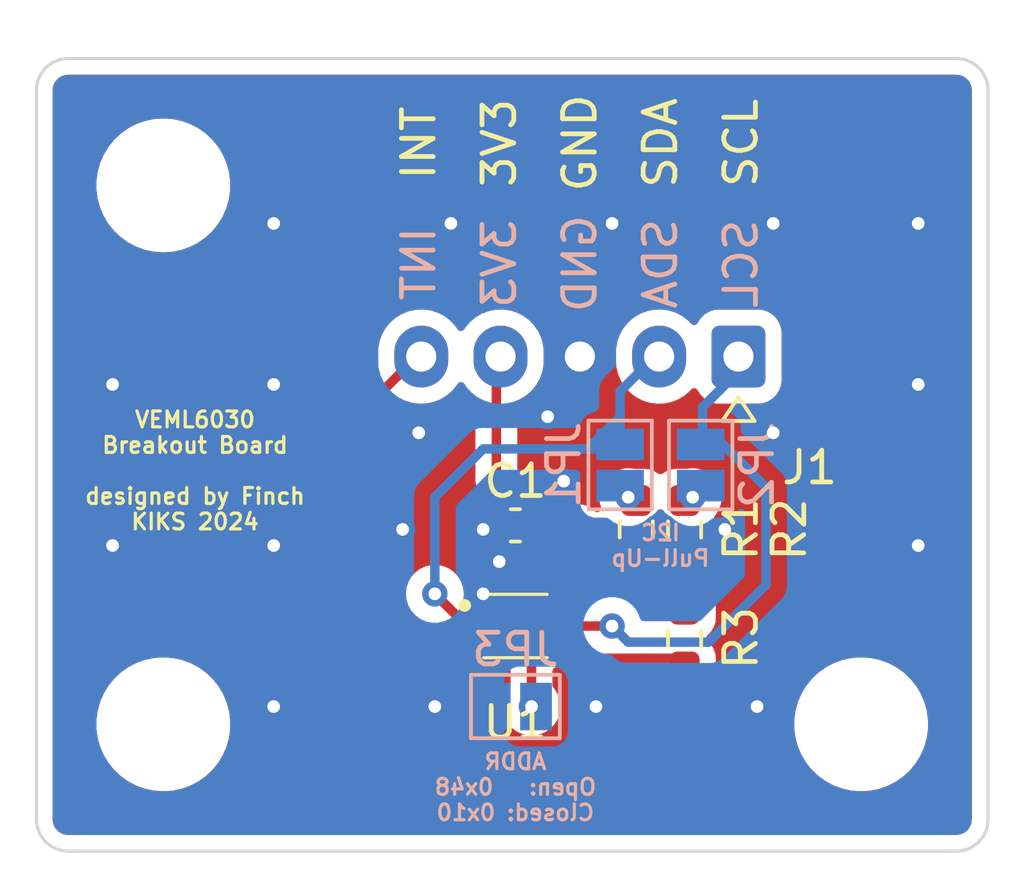
<source format=kicad_pcb>
(kicad_pcb (version 20211014) (generator pcbnew)
  (layers (0 "F.Cu" signal) (31 "B.Cu" signal) (34 "B.Paste" user) (35 "F.Paste" user) (36 "B.SilkS" user "B.Silkscreen") (37 "F.SilkS" user "F.Silkscreen") (38 "B.Mask" user) (39 "F.Mask" user) (44 "Edge.Cuts" user))
  (net 0 "")
  (net 1 "GND")
  (net 2 "/SDA")
  (net 3 "/INT")
  (net 4 "/SCL")
  (net 5 "+3V3")
  (net 6 "Net-(JP1-Pad1)")
  (net 7 "Net-(JP2-Pad1)")
  (net 8 "Net-(JP3-Pad1)")
  (footprint "MountingHole:MountingHole_3.2mm_M3_ISO7380" (layer "F.Cu") (at 176 92)
    (fp_text reference "H1" hide)
    (fp_text value "MountingHole")
    (pad "" np_thru_hole circle (at 0 0) (size 3.2 3.2) (drill 3.2) (layers *.Cu *.Mask))
  )
  (footprint "MountingHole:MountingHole_3.2mm_M3_ISO7380" (layer "F.Cu") (at 154 75)
    (fp_text reference "H3" hide)
    (fp_text value "MountingHole")
    (pad "" np_thru_hole circle (at 0 0) (size 3.2 3.2) (drill 3.2) (layers *.Cu *.Mask))
  )
  (footprint "Connector_JST:JST_XH_S5B-XH-A_1x05_P2.50mm_Horizontal" (layer "F.Cu") (at 172.132 80.4 180)
    (fp_text reference "J1" (at -2.244 -3.5) (layer "F.SilkS"))
    (fp_text value "Conn_01x05")
    (fp_line (start 0.508 -2.032) (end -0.508 -2.032) (layer "F.SilkS") (width 0.12))
    (fp_line (start 0 -1.27) (end 0.508 -2.032) (layer "F.SilkS") (width 0.12))
    (fp_line (start -0.508 -2.032) (end 0 -1.27) (layer "F.SilkS") (width 0.12))
    (pad "1" thru_hole roundrect (at 0 0 180) (size 1.7 1.95) (drill 0.95) (layers *.Cu *.Mask) (roundrect_rratio 0.1470588235) (net 4 "/SCL"))
    (pad "2" thru_hole oval (at 2.5 0 180) (size 1.7 1.95) (drill 0.95) (layers *.Cu *.Mask) (net 2 "/SDA"))
    (pad "3" thru_hole oval (at 5 0 180) (size 1.7 1.95) (drill 0.95) (layers *.Cu *.Mask) (net 1 "GND"))
    (pad "4" thru_hole oval (at 7.5 0 180) (size 1.7 1.95) (drill 0.95) (layers *.Cu *.Mask) (net 5 "+3V3"))
    (pad "5" thru_hole oval (at 10 0 180) (size 1.7 1.95) (drill 0.95) (layers *.Cu *.Mask) (net 3 "/INT"))
  )
  (footprint "Resistor_SMD:R_0603_1608Metric_Pad0.98x0.95mm_HandSolder" (layer "F.Cu") (at 168.91 85.852 90)
    (fp_text reference "R1" (at 0 3.302 90) (layer "F.SilkS"))
    (fp_text value "4.7k")
    (fp_line (start -0.254724 0.5225) (end 0.254724 0.5225) (layer "F.SilkS") (width 0.12))
    (fp_line (start -0.254724 -0.5225) (end 0.254724 -0.5225) (layer "F.SilkS") (width 0.12))
    (pad "1" smd roundrect (at -0.9125 0 90) (size 0.975 0.95) (layers "F.Cu" "F.Paste" "F.Mask") (net 5 "+3V3"))
    (pad "2" smd roundrect (at 0.9125 0 90) (size 0.975 0.95) (layers "F.Cu" "F.Paste" "F.Mask") (net 6 "Net-(JP1-Pad1)"))
  )
  (footprint "Resistor_SMD:R_0603_1608Metric_Pad0.98x0.95mm_HandSolder" (layer "F.Cu") (at 170.434 85.852 90)
    (fp_text reference "R2" (at 0 3.302 90) (layer "F.SilkS"))
    (fp_text value "4.7k")
    (fp_line (start -0.254724 0.5225) (end 0.254724 0.5225) (layer "F.SilkS") (width 0.12))
    (fp_line (start -0.254724 -0.5225) (end 0.254724 -0.5225) (layer "F.SilkS") (width 0.12))
    (pad "1" smd roundrect (at -0.9125 0 90) (size 0.975 0.95) (layers "F.Cu" "F.Paste" "F.Mask") (net 5 "+3V3"))
    (pad "2" smd roundrect (at 0.9125 0 90) (size 0.975 0.95) (layers "F.Cu" "F.Paste" "F.Mask") (net 7 "Net-(JP2-Pad1)"))
  )
  (footprint "illumi_sens:VEML6030" (layer "F.Cu") (at 165.1 88.9)
    (fp_text reference "U1" (at 0 3.048) (layer "F.SilkS"))
    (fp_text value "VEML6030" hide)
    (fp_line (start -1.5 -0.65) (end -1.5 -0.65) (layer "F.SilkS") (width 0.2))
    (fp_line (start -1 -1) (end 1 -1) (layer "F.SilkS") (width 0.1))
    (fp_line (start -1 1) (end 1 1) (layer "F.SilkS") (width 0.1))
    (fp_line (start -1.7 -0.65) (end -1.7 -0.65) (layer "F.SilkS") (width 0.2))
    (fp_arc (start -1.7 -0.65) (mid -1.6 -0.75) (end -1.5 -0.65) (layer "F.SilkS") (width 0.2))
    (fp_arc (start -1.5 -0.65) (mid -1.6 -0.55) (end -1.7 -0.65) (layer "F.SilkS") (width 0.2))
    (pad "1" smd rect (at -0.875 -0.65 90) (size 0.3 0.55) (layers "F.Cu" "F.Paste" "F.Mask") (net 1 "GND"))
    (pad "2" smd rect (at -0.875 0 90) (size 0.3 0.55) (layers "F.Cu" "F.Paste" "F.Mask") (net 2 "/SDA"))
    (pad "3" smd rect (at -0.875 0.65 90) (size 0.3 0.55) (layers "F.Cu" "F.Paste" "F.Mask") (net 3 "/INT"))
    (pad "4" smd rect (at 0.875 0.65 90) (size 0.3 0.55) (layers "F.Cu" "F.Paste" "F.Mask") (net 8 "Net-(JP3-Pad1)"))
    (pad "5" smd rect (at 0.875 0 90) (size 0.3 0.55) (layers "F.Cu" "F.Paste" "F.Mask") (net 4 "/SCL"))
    (pad "6" smd rect (at 0.875 -0.65 90) (size 0.3 0.55) (layers "F.Cu" "F.Paste" "F.Mask") (net 5 "+3V3"))
  )
  (footprint "Capacitor_SMD:C_0603_1608Metric_Pad1.08x0.95mm_HandSolder" (layer "F.Cu") (at 165.1 85.725 180)
    (fp_text reference "C1" (at 0 1.397) (layer "F.SilkS"))
    (fp_text value "0.1u")
    (fp_line (start -0.146267 -0.51) (end 0.146267 -0.51) (layer "F.SilkS") (width 0.12))
    (fp_line (start -0.146267 0.51) (end 0.146267 0.51) (layer "F.SilkS") (width 0.12))
    (pad "1" smd roundrect (at -0.8625 0 180) (size 1.075 0.95) (layers "F.Cu" "F.Paste" "F.Mask") (net 5 "+3V3"))
    (pad "2" smd roundrect (at 0.8625 0 180) (size 1.075 0.95) (layers "F.Cu" "F.Paste" "F.Mask") (net 1 "GND"))
  )
  (footprint "Resistor_SMD:R_0603_1608Metric_Pad0.98x0.95mm_HandSolder" (layer "F.Cu") (at 170.434 89.280276 -90)
    (fp_text reference "R3" (at 0 -1.778 90) (layer "F.SilkS"))
    (fp_text value "4.7k")
    (fp_line (start -0.254724 0.5225) (end 0.254724 0.5225) (layer "F.SilkS") (width 0.12))
    (fp_line (start -0.254724 -0.5225) (end 0.254724 -0.5225) (layer "F.SilkS") (width 0.12))
    (pad "1" smd roundrect (at -0.9125 0 270) (size 0.975 0.95) (layers "F.Cu" "F.Paste" "F.Mask") (net 5 "+3V3"))
    (pad "2" smd roundrect (at 0.9125 0 270) (size 0.975 0.95) (layers "F.Cu" "F.Paste" "F.Mask") (net 8 "Net-(JP3-Pad1)"))
  )
  (footprint "MountingHole:MountingHole_3.2mm_M3_ISO7380" (layer "F.Cu") (at 154 92)
    (fp_text reference "H2" hide)
    (fp_text value "MountingHole")
    (pad "" np_thru_hole circle (at 0 0) (size 3.2 3.2) (drill 3.2) (layers *.Cu *.Mask))
  )
  (footprint "Jumper:SolderJumper-2_P1.3mm_Open_Pad1.0x1.5mm" (layer "B.Cu") (at 170.942 83.82 90)
    (fp_text reference "JP2" (at 0 1.778 90) (layer "B.SilkS") (effects (justify mirror)))
    (fp_text value "PULL_UP")
    (fp_line (start -1.4 1) (end 1.4 1) (layer "B.SilkS") (width 0.12))
    (fp_line (start -1.4 -1) (end -1.4 1) (layer "B.SilkS") (width 0.12))
    (fp_line (start 1.4 1) (end 1.4 -1) (layer "B.SilkS") (width 0.12))
    (fp_line (start 1.4 -1) (end -1.4 -1) (layer "B.SilkS") (width 0.12))
    (pad "1" smd rect (at -0.65 0 90) (size 1 1.5) (layers "B.Cu" "B.Mask") (net 7 "Net-(JP2-Pad1)"))
    (pad "2" smd rect (at 0.65 0 90) (size 1 1.5) (layers "B.Cu" "B.Mask") (net 4 "/SCL"))
  )
  (footprint "Jumper:SolderJumper-2_P1.3mm_Open_Pad1.0x1.5mm" (layer "B.Cu") (at 168.402 83.82 90)
    (fp_text reference "JP1" (at 0 -1.778 90) (layer "B.SilkS") (effects (justify mirror)))
    (fp_text value "PULL_UP")
    (fp_line (start 1.4 1) (end 1.4 -1) (layer "B.SilkS") (width 0.12))
    (fp_line (start -1.4 -1) (end -1.4 1) (layer "B.SilkS") (width 0.12))
    (fp_line (start 1.4 -1) (end -1.4 -1) (layer "B.SilkS") (width 0.12))
    (fp_line (start -1.4 1) (end 1.4 1) (layer "B.SilkS") (width 0.12))
    (pad "1" smd rect (at -0.65 0 90) (size 1 1.5) (layers "B.Cu" "B.Mask") (net 6 "Net-(JP1-Pad1)"))
    (pad "2" smd rect (at 0.65 0 90) (size 1 1.5) (layers "B.Cu" "B.Mask") (net 2 "/SDA"))
  )
  (footprint "Jumper:SolderJumper-2_P1.3mm_Open_Pad1.0x1.5mm" (layer "B.Cu") (at 165.1 91.44 180)
    (fp_text reference "JP3" (at 0 1.8) (layer "B.SilkS") (effects (justify mirror)))
    (fp_text value "ADDR")
    (fp_line (start -1.4 -1) (end -1.4 1) (layer "B.SilkS") (width 0.12))
    (fp_line (start 1.4 1) (end 1.4 -1) (layer "B.SilkS") (width 0.12))
    (fp_line (start -1.4 1) (end 1.4 1) (layer "B.SilkS") (width 0.12))
    (fp_line (start 1.4 -1) (end -1.4 -1) (layer "B.SilkS") (width 0.12))
    (pad "1" smd rect (at -0.65 0 180) (size 1 1.5) (layers "B.Cu" "B.Mask") (net 8 "Net-(JP3-Pad1)"))
    (pad "2" smd rect (at 0.65 0 180) (size 1 1.5) (layers "B.Cu" "B.Mask") (net 1 "GND"))
  )
  (gr_line (start 151 71) (end 179 71) (layer "Edge.Cuts") (width 0.1))
  (gr_arc (start 150 72) (mid 150.292893 71.292893) (end 151 71) (layer "Edge.Cuts") (width 0.1))
  (gr_line (start 180 72) (end 180 95) (layer "Edge.Cuts") (width 0.1))
  (gr_arc (start 180 95) (mid 179.707107 95.707107) (end 179 96) (layer "Edge.Cuts") (width 0.1))
  (gr_arc (start 179 71) (mid 179.707107 71.292893) (end 180 72) (layer "Edge.Cuts") (width 0.1))
  (gr_line (start 150 95) (end 150 72) (layer "Edge.Cuts") (width 0.1))
  (gr_arc (start 151 96) (mid 150.292893 95.707107) (end 150 95) (layer "Edge.Cuts") (width 0.1))
  (gr_line (start 179 96) (end 151 96) (layer "Edge.Cuts") (width 0.1))
  (gr_text "SCL" (at 172.212 77.47 90) (layer "B.SilkS") (effects (font (size 1 1)) (justify mirror)))
  (gr_text "ADDR\nOpen:   0x48\nClosed: 0x10\n" (at 165.1 93.98) (layer "B.SilkS") (effects (font (size 0.5 0.5) (thickness 0.1)) (justify mirror)))
  (gr_text "I2C\nPull-Up" (at 169.672 86.36) (layer "B.SilkS") (effects (font (size 0.5 0.5) (thickness 0.1)) (justify mirror)))
  (gr_text "3V3" (at 164.592 77.47 90) (layer "B.SilkS") (effects (font (size 1 1)) (justify mirror)))
  (gr_text "INT" (at 162.052 77.47 90) (layer "B.SilkS") (effects (font (size 1 1)) (justify mirror)))
  (gr_text "GND" (at 167.132 77.47 90) (layer "B.SilkS") (effects (font (size 1 1)) (justify mirror)))
  (gr_text "SDA" (at 169.672 77.47 90) (layer "B.SilkS") (effects (font (size 1 1)) (justify mirror)))
  (gr_text "SDA" (at 169.672 73.66 90) (layer "F.SilkS") (effects (font (size 1 1))))
  (gr_text "3V3" (at 164.592 73.66 90) (layer "F.SilkS") (effects (font (size 1 1))))
  (gr_text "SCL" (at 172.212 73.66 90) (layer "F.SilkS") (effects (font (size 1 1))))
  (gr_text "VEML6030\nBreakout Board\n\ndesigned by Finch\nKIKS 2024\n" (at 155 84) (layer "F.SilkS") (effects (font (size 0.5 0.5) (thickness 0.1))))
  (gr_text "INT" (at 162.052 73.66 90) (layer "F.SilkS") (effects (font (size 1 1))))
  (gr_text "GND" (at 167.132 73.66 90) (layer "F.SilkS") (effects (font (size 1 1))))
  (via (at 177.8 81.28) (size 0.8) (drill 0.4) (layers "F.Cu" "B.Cu") (net 1))
  (via (at 152.4 86.36) (size 0.8) (drill 0.4) (layers "F.Cu" "B.Cu") (net 1))
  (via (at 177.8 86.36) (size 0.8) (drill 0.4) (layers "F.Cu" "B.Cu") (net 1))
  (via (at 173.228 82.804) (size 0.8) (drill 0.4) (layers "F.Cu" "B.Cu") (net 1))
  (via (at 166.624 84.328) (size 0.8) (drill 0.4) (layers "F.Cu" "B.Cu") (net 1))
  (via (at 157.48 91.44) (size 0.8) (drill 0.4) (layers "F.Cu" "B.Cu") (net 1))
  (via (at 161.544 85.852) (size 0.8) (drill 0.4) (layers "F.Cu" "B.Cu") (net 1))
  (via (at 163.068 76.2) (size 0.8) (drill 0.4) (layers "F.Cu" "B.Cu") (net 1))
  (via (at 164.084 85.852) (size 0.8) (drill 0.4) (layers "F.Cu" "B.Cu") (net 1))
  (via (at 162.56 91.44) (size 0.8) (drill 0.4) (layers "F.Cu" "B.Cu") (net 1))
  (via (at 172.72 91.44) (size 0.8) (drill 0.4) (layers "F.Cu" "B.Cu") (net 1))
  (via (at 166.116 82.296) (size 0.8) (drill 0.4) (layers "F.Cu" "B.Cu") (net 1))
  (via (at 157.48 76.2) (size 0.8) (drill 0.4) (layers "F.Cu" "B.Cu") (net 1))
  (via (at 157.48 86.36) (size 0.8) (drill 0.4) (layers "F.Cu" "B.Cu") (net 1))
  (via (at 157.48 81.28) (size 0.8) (drill 0.4) (layers "F.Cu" "B.Cu") (net 1))
  (via (at 177.8 76.2) (size 0.8) (drill 0.4) (layers "F.Cu" "B.Cu") (net 1))
  (via (at 152.4 81.28) (size 0.8) (drill 0.4) (layers "F.Cu" "B.Cu") (net 1))
  (via (at 164.084 87.884) (size 0.8) (drill 0.4) (layers "F.Cu" "B.Cu") (net 1))
  (via (at 162.052 82.804) (size 0.8) (drill 0.4) (layers "F.Cu" "B.Cu") (net 1))
  (via (at 164.592 86.868) (size 0.8) (drill 0.4) (layers "F.Cu" "B.Cu") (net 1))
  (via (at 167.64 91.44) (size 0.8) (drill 0.4) (layers "F.Cu" "B.Cu") (net 1))
  (via (at 171.704 85.852) (size 0.8) (drill 0.4) (layers "F.Cu" "B.Cu") (net 1))
  (via (at 173.228 76.2) (size 0.8) (drill 0.4) (layers "F.Cu" "B.Cu") (net 1))
  (via (at 168.148 76.2) (size 0.8) (drill 0.4) (layers "F.Cu" "B.Cu") (net 1))
  (segment (start 164.225 88.9) (end 163.576 88.9) (width 0.3) (layer "F.Cu") (net 2))
  (segment (start 163.576 88.9) (end 162.56 87.884) (width 0.3) (layer "F.Cu") (net 2))
  (via (at 162.56 87.884) (size 0.8) (drill 0.4) (layers "F.Cu" "B.Cu") (net 2))
  (segment (start 169.5 80.4) (end 168.402 81.498) (width 0.3) (layer "B.Cu") (net 2))
  (segment (start 162.56 87.884) (end 162.56 84.836) (width 0.3) (layer "B.Cu") (net 2))
  (segment (start 168.26 83.312) (end 167.386 83.312) (width 0.3) (layer "B.Cu") (net 2))
  (segment (start 168.402 83.17) (end 168.26 83.312) (width 0.3) (layer "B.Cu") (net 2))
  (segment (start 167.386 83.312) (end 166.116 83.312) (width 0.3) (layer "B.Cu") (net 2))
  (segment (start 162.56 84.836) (end 164.084 83.312) (width 0.3) (layer "B.Cu") (net 2))
  (segment (start 168.402 82.296) (end 167.386 83.312) (width 0.3) (layer "B.Cu") (net 2))
  (segment (start 168.402 81.498) (end 168.402 82.296) (width 0.3) (layer "B.Cu") (net 2))
  (segment (start 168.402 82.296) (end 168.402 83.17) (width 0.3) (layer "B.Cu") (net 2))
  (segment (start 164.084 83.312) (end 166.116 83.312) (width 0.3) (layer "B.Cu") (net 2))
  (segment (start 160.235 82.165) (end 162 80.4) (width 0.3) (layer "F.Cu") (net 3))
  (segment (start 160.235 88.235) (end 160.235 82.165) (width 0.3) (layer "F.Cu") (net 3))
  (segment (start 164.225 89.55) (end 161.55 89.55) (width 0.3) (layer "F.Cu") (net 3))
  (segment (start 161.55 89.55) (end 160.235 88.235) (width 0.3) (layer "F.Cu") (net 3))
  (segment (start 168.148 88.9) (end 165.975 88.9) (width 0.3) (layer "F.Cu") (net 4))
  (via (at 168.148 88.9) (size 0.8) (drill 0.4) (layers "F.Cu" "B.Cu") (net 4))
  (segment (start 173 84.52) (end 171.65 83.17) (width 0.3) (layer "B.Cu") (net 4))
  (segment (start 172 81) (end 172 80.4) (width 0.3) (layer "B.Cu") (net 4))
  (segment (start 171 83.17) (end 171 82) (width 0.3) (layer "B.Cu") (net 4))
  (segment (start 168.148 88.9) (end 168.656 89.408) (width 0.3) (layer "B.Cu") (net 4))
  (segment (start 168.656 89.408) (end 171.196 89.408) (width 0.3) (layer "B.Cu") (net 4))
  (segment (start 171.054 83.17) (end 171 83.116) (width 0.3) (layer "B.Cu") (net 4))
  (segment (start 171.65 83.17) (end 171.054 83.17) (width 0.3) (layer "B.Cu") (net 4))
  (segment (start 171.196 89.408) (end 173 87.604) (width 0.3) (layer "B.Cu") (net 4))
  (segment (start 171 82) (end 172 81) (width 0.3) (layer "B.Cu") (net 4))
  (segment (start 173 87.604) (end 173 84.52) (width 0.3) (layer "B.Cu") (net 4))
  (segment (start 171.054 83.17) (end 171 83.17) (width 0.3) (layer "B.Cu") (net 4))
  (segment (start 167.1085 85.725) (end 165.9625 85.725) (width 0.3) (layer "F.Cu") (net 5))
  (segment (start 165.9625 85.725) (end 164.5 84.2625) (width 0.3) (layer "F.Cu") (net 5))
  (segment (start 170.434 86.7645) (end 168.148 86.7645) (width 0.3) (layer "F.Cu") (net 5))
  (segment (start 164.5 84.2625) (end 164.5 80.4) (width 0.3) (layer "F.Cu") (net 5))
  (segment (start 165.975 85.7375) (end 165.9625 85.725) (width 0.3) (layer "F.Cu") (net 5))
  (segment (start 168.148 86.7645) (end 167.1085 85.725) (width 0.3) (layer "F.Cu") (net 5))
  (segment (start 170.434 88.367776) (end 170.434 86.7645) (width 0.3) (layer "F.Cu") (net 5))
  (segment (start 165.975 88.25) (end 165.975 85.7375) (width 0.3) (layer "F.Cu") (net 5))
  (via (at 168.656 84.836) (size 0.8) (drill 0.4) (layers "F.Cu" "B.Cu") (net 6))
  (via (at 170.688 84.836) (size 0.8) (drill 0.4) (layers "F.Cu" "B.Cu") (net 7))
  (segment (start 166.117 89.408) (end 166.624 89.408) (width 0.3) (layer "F.Cu") (net 8))
  (segment (start 165.975 89.55) (end 165.974 89.55) (width 0.3) (layer "F.Cu") (net 8))
  (segment (start 165.608 89.916) (end 165.608 91.44) (width 0.3) (layer "F.Cu") (net 8))
  (segment (start 167.132 89.916) (end 170.157224 89.916) (width 0.3) (layer "F.Cu") (net 8))
  (segment (start 166.624 89.408) (end 167.132 89.916) (width 0.3) (layer "F.Cu") (net 8))
  (segment (start 165.974 89.55) (end 165.608 89.916) (width 0.3) (layer "F.Cu") (net 8))
  (segment (start 165.975 89.55) (end 166.117 89.408) (width 0.3) (layer "F.Cu") (net 8))
  (segment (start 170.157224 89.916) (end 170.434 90.192776) (width 0.3) (layer "F.Cu") (net 8))
  (via (at 165.608 91.44) (size 0.8) (drill 0.4) (layers "F.Cu" "B.Cu") (net 8))
  (zone (net 1) (net_name "GND") (layers F&B.Cu) (connect_pads yes (clearance 0.508)) (min_thickness 0.254) (fill yes (thermal_gap 0.508) (thermal_bridge_width 0.508) (smoothing chamfer) (radius 1))
    (polygon (pts (xy 180 96) (xy 150 96) (xy 150 71) (xy 180 71)))
  )
)
</source>
